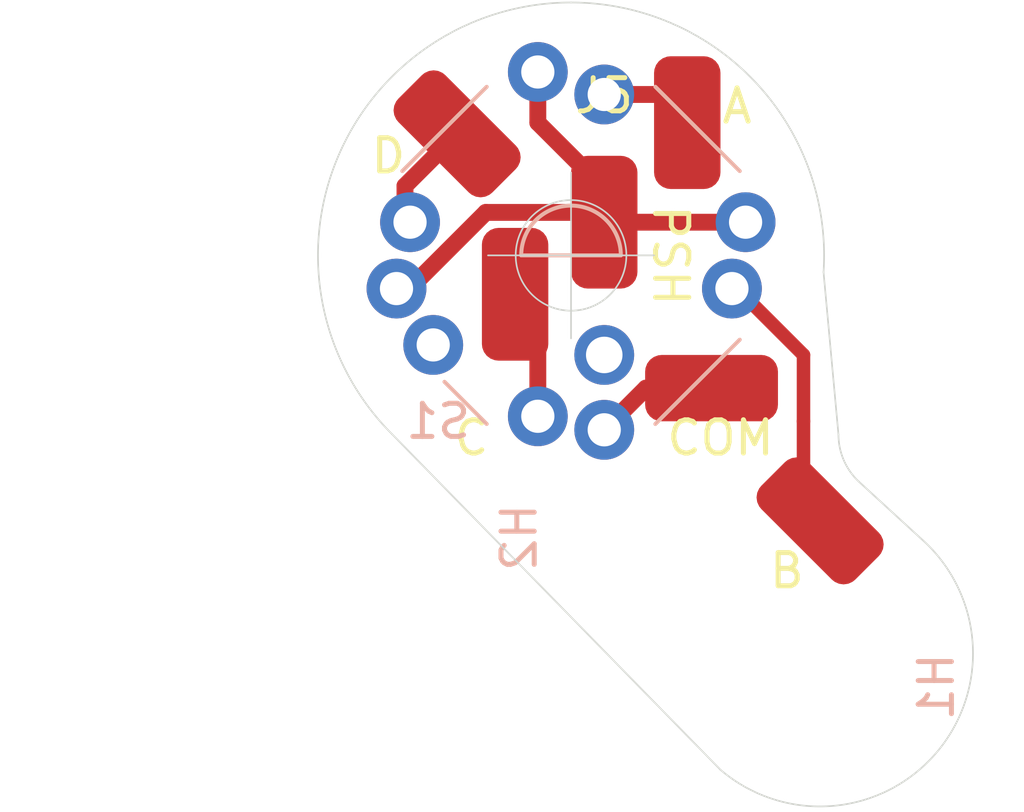
<source format=kicad_pcb>
(kicad_pcb (version 20171130) (host pcbnew "(5.1.6)-1")

  (general
    (thickness 1.6)
    (drawings 19)
    (tracks 21)
    (zones 0)
    (modules 9)
    (nets 7)
  )

  (page A4)
  (layers
    (0 F.Cu signal)
    (31 B.Cu signal)
    (32 B.Adhes user)
    (33 F.Adhes user)
    (34 B.Paste user)
    (35 F.Paste user)
    (36 B.SilkS user)
    (37 F.SilkS user)
    (38 B.Mask user)
    (39 F.Mask user)
    (40 Dwgs.User user)
    (41 Cmts.User user)
    (42 Eco1.User user)
    (43 Eco2.User user)
    (44 Edge.Cuts user)
    (45 Margin user)
    (46 B.CrtYd user)
    (47 F.CrtYd user)
    (48 B.Fab user)
    (49 F.Fab user)
  )

  (setup
    (last_trace_width 0.4064)
    (user_trace_width 0.2032)
    (user_trace_width 0.4064)
    (user_trace_width 0.508)
    (user_trace_width 0.762)
    (trace_clearance 0.2)
    (zone_clearance 0.508)
    (zone_45_only no)
    (trace_min 0.2)
    (via_size 0.8)
    (via_drill 0.4)
    (via_min_size 0.4)
    (via_min_drill 0.3)
    (uvia_size 0.3)
    (uvia_drill 0.1)
    (uvias_allowed no)
    (uvia_min_size 0.2)
    (uvia_min_drill 0.1)
    (edge_width 0.05)
    (segment_width 0.2)
    (pcb_text_width 0.3)
    (pcb_text_size 1.5 1.5)
    (mod_edge_width 0.12)
    (mod_text_size 1 1)
    (mod_text_width 0.15)
    (pad_size 1.524 1.524)
    (pad_drill 0.762)
    (pad_to_mask_clearance 0.05)
    (aux_axis_origin 117.840999 101.940999)
    (grid_origin 117.840999 101.940999)
    (visible_elements 7FFFFFFF)
    (pcbplotparams
      (layerselection 0x010fc_ffffffff)
      (usegerberextensions false)
      (usegerberattributes true)
      (usegerberadvancedattributes true)
      (creategerberjobfile true)
      (excludeedgelayer true)
      (linewidth 0.100000)
      (plotframeref false)
      (viasonmask false)
      (mode 1)
      (useauxorigin false)
      (hpglpennumber 1)
      (hpglpenspeed 20)
      (hpglpendiameter 15.000000)
      (psnegative false)
      (psa4output false)
      (plotreference true)
      (plotvalue true)
      (plotinvisibletext false)
      (padsonsilk false)
      (subtractmaskfromsilk false)
      (outputformat 1)
      (mirror false)
      (drillshape 1)
      (scaleselection 1)
      (outputdirectory ""))
  )

  (net 0 "")
  (net 1 "Net-(J1-Pad1)")
  (net 2 "Net-(J2-Pad1)")
  (net 3 "Net-(J3-Pad1)")
  (net 4 "Net-(J4-Pad1)")
  (net 5 "Net-(J5-Pad1)")
  (net 6 "Net-(J6-Pad1)")

  (net_class Default "This is the default net class."
    (clearance 0.2)
    (trace_width 0.25)
    (via_dia 0.8)
    (via_drill 0.4)
    (uvia_dia 0.3)
    (uvia_drill 0.1)
    (add_net "Net-(J1-Pad1)")
    (add_net "Net-(J2-Pad1)")
    (add_net "Net-(J3-Pad1)")
    (add_net "Net-(J4-Pad1)")
    (add_net "Net-(J5-Pad1)")
    (add_net "Net-(J6-Pad1)")
  )

  (module KiCAD_Libraries:SolderWirePad_1x01_SMD_2x4mm (layer F.Cu) (tedit 5EDB20B9) (tstamp 5EDC7D44)
    (at 122.072286 105.940999 90)
    (descr "Wire Pad, Square, SMD Pad,  5mm x 10mm,")
    (tags "MesurementPoint Square SMDPad 5mmx10mm ")
    (path /5EDE0082)
    (attr virtual)
    (fp_text reference J6 (at 0 -3.81 90) (layer F.SilkS) hide
      (effects (font (size 1 1) (thickness 0.15)))
    )
    (fp_text value Conn_01x01 (at 0 2.268713 90) (layer F.Fab)
      (effects (font (size 1 1) (thickness 0.15)))
    )
    (fp_line (start -1.1 2.1) (end -1.1 -2.1) (layer F.Fab) (width 0.1))
    (fp_line (start 1.1 2.1) (end -1.1 2.1) (layer F.Fab) (width 0.1))
    (fp_line (start 1.1 -2.1) (end 1.1 2.1) (layer F.Fab) (width 0.1))
    (fp_line (start -1.1 -2.1) (end 1.1 -2.1) (layer F.Fab) (width 0.1))
    (fp_line (start -1.1 -2.1) (end -1.1 2.1) (layer F.CrtYd) (width 0.05))
    (fp_line (start -1.1 2.1) (end 1.1 2.1) (layer F.CrtYd) (width 0.05))
    (fp_line (start 1.1 2.05) (end 1.1 -2.1) (layer F.CrtYd) (width 0.05))
    (fp_line (start 1.1 -2.1) (end -1.1 -2.1) (layer F.CrtYd) (width 0.05))
    (fp_text user %R (at -0.020914 -3.809352 90) (layer F.Fab)
      (effects (font (size 1 1) (thickness 0.15)))
    )
    (pad 1 smd roundrect (at 0 0 90) (size 2 4) (layers F.Cu F.Paste F.Mask) (roundrect_rratio 0.25)
      (net 6 "Net-(J6-Pad1)"))
  )

  (module KiCAD_Libraries:SolderWirePad_1x01_SMD_2x4mm (layer F.Cu) (tedit 5EDB20B9) (tstamp 5EDC013A)
    (at 118.840999 100.940999)
    (descr "Wire Pad, Square, SMD Pad,  5mm x 10mm,")
    (tags "MesurementPoint Square SMDPad 5mmx10mm ")
    (path /5EDDD406)
    (attr virtual)
    (fp_text reference J5 (at 0 -3.81) (layer F.SilkS)
      (effects (font (size 1 1) (thickness 0.15)))
    )
    (fp_text value Conn_01x01 (at 0 2.54) (layer F.Fab)
      (effects (font (size 1 1) (thickness 0.15)))
    )
    (fp_line (start -1.1 2.1) (end -1.1 -2.1) (layer F.Fab) (width 0.1))
    (fp_line (start 1.1 2.1) (end -1.1 2.1) (layer F.Fab) (width 0.1))
    (fp_line (start 1.1 -2.1) (end 1.1 2.1) (layer F.Fab) (width 0.1))
    (fp_line (start -1.1 -2.1) (end 1.1 -2.1) (layer F.Fab) (width 0.1))
    (fp_line (start -1.1 -2.1) (end -1.1 2.1) (layer F.CrtYd) (width 0.05))
    (fp_line (start -1.1 2.1) (end 1.1 2.1) (layer F.CrtYd) (width 0.05))
    (fp_line (start 1.1 2.05) (end 1.1 -2.1) (layer F.CrtYd) (width 0.05))
    (fp_line (start 1.1 -2.1) (end -1.1 -2.1) (layer F.CrtYd) (width 0.05))
    (fp_text user %R (at -0.020914 -3.809352) (layer F.Fab)
      (effects (font (size 1 1) (thickness 0.15)))
    )
    (pad 1 smd roundrect (at 0 0) (size 2 4) (layers F.Cu F.Paste F.Mask) (roundrect_rratio 0.25)
      (net 5 "Net-(J5-Pad1)"))
  )

  (module KiCAD_Libraries:SolderWirePad_1x01_SMD_2x4mm (layer F.Cu) (tedit 5EDB20B9) (tstamp 5EDC012C)
    (at 114.410285 98.278225 45)
    (descr "Wire Pad, Square, SMD Pad,  5mm x 10mm,")
    (tags "MesurementPoint Square SMDPad 5mmx10mm ")
    (path /5EDDD0B8)
    (attr virtual)
    (fp_text reference J4 (at 0 -3.81 45) (layer F.SilkS) hide
      (effects (font (size 1 1) (thickness 0.15)))
    )
    (fp_text value Conn_01x01 (at 0 2.54 45) (layer F.Fab)
      (effects (font (size 1 1) (thickness 0.15)))
    )
    (fp_line (start -1.1 2.1) (end -1.1 -2.1) (layer F.Fab) (width 0.1))
    (fp_line (start 1.1 2.1) (end -1.1 2.1) (layer F.Fab) (width 0.1))
    (fp_line (start 1.1 -2.1) (end 1.1 2.1) (layer F.Fab) (width 0.1))
    (fp_line (start -1.1 -2.1) (end 1.1 -2.1) (layer F.Fab) (width 0.1))
    (fp_line (start -1.1 -2.1) (end -1.1 2.1) (layer F.CrtYd) (width 0.05))
    (fp_line (start -1.1 2.1) (end 1.1 2.1) (layer F.CrtYd) (width 0.05))
    (fp_line (start 1.1 2.05) (end 1.1 -2.1) (layer F.CrtYd) (width 0.05))
    (fp_line (start 1.1 -2.1) (end -1.1 -2.1) (layer F.CrtYd) (width 0.05))
    (fp_text user %R (at -0.020914 -3.809352 45) (layer F.Fab)
      (effects (font (size 1 1) (thickness 0.15)))
    )
    (pad 1 smd roundrect (at 0 0 45) (size 2 4) (layers F.Cu F.Paste F.Mask) (roundrect_rratio 0.25)
      (net 4 "Net-(J4-Pad1)"))
  )

  (module KiCAD_Libraries:SolderWirePad_1x01_SMD_2x4mm (layer F.Cu) (tedit 5EDB20B9) (tstamp 5EDC011E)
    (at 116.156807 103.112817)
    (descr "Wire Pad, Square, SMD Pad,  5mm x 10mm,")
    (tags "MesurementPoint Square SMDPad 5mmx10mm ")
    (path /5EDDCC2B)
    (attr virtual)
    (fp_text reference J3 (at 0 -3.81) (layer F.SilkS) hide
      (effects (font (size 1 1) (thickness 0.15)))
    )
    (fp_text value Conn_01x01 (at 0 2.54) (layer F.Fab)
      (effects (font (size 1 1) (thickness 0.15)))
    )
    (fp_line (start -1.1 2.1) (end -1.1 -2.1) (layer F.Fab) (width 0.1))
    (fp_line (start 1.1 2.1) (end -1.1 2.1) (layer F.Fab) (width 0.1))
    (fp_line (start 1.1 -2.1) (end 1.1 2.1) (layer F.Fab) (width 0.1))
    (fp_line (start -1.1 -2.1) (end 1.1 -2.1) (layer F.Fab) (width 0.1))
    (fp_line (start -1.1 -2.1) (end -1.1 2.1) (layer F.CrtYd) (width 0.05))
    (fp_line (start -1.1 2.1) (end 1.1 2.1) (layer F.CrtYd) (width 0.05))
    (fp_line (start 1.1 2.05) (end 1.1 -2.1) (layer F.CrtYd) (width 0.05))
    (fp_line (start 1.1 -2.1) (end -1.1 -2.1) (layer F.CrtYd) (width 0.05))
    (fp_text user %R (at -0.020914 -3.809352) (layer F.Fab) hide
      (effects (font (size 1 1) (thickness 0.15)))
    )
    (pad 1 smd roundrect (at 0 0) (size 2 4) (layers F.Cu F.Paste F.Mask) (roundrect_rratio 0.25)
      (net 3 "Net-(J3-Pad1)"))
  )

  (module KiCAD_Libraries:SolderWirePad_1x01_SMD_2x4mm (layer F.Cu) (tedit 5EDB20B9) (tstamp 5EDC0110)
    (at 125.340999 109.940999 45)
    (descr "Wire Pad, Square, SMD Pad,  5mm x 10mm,")
    (tags "MesurementPoint Square SMDPad 5mmx10mm ")
    (path /5EDDC7E3)
    (attr virtual)
    (fp_text reference J2 (at 0 -3.81 45) (layer F.SilkS) hide
      (effects (font (size 1 1) (thickness 0.15)))
    )
    (fp_text value Conn_01x01 (at 0 2.54 45) (layer F.Fab)
      (effects (font (size 1 1) (thickness 0.15)))
    )
    (fp_line (start -1.1 2.1) (end -1.1 -2.1) (layer F.Fab) (width 0.1))
    (fp_line (start 1.1 2.1) (end -1.1 2.1) (layer F.Fab) (width 0.1))
    (fp_line (start 1.1 -2.1) (end 1.1 2.1) (layer F.Fab) (width 0.1))
    (fp_line (start -1.1 -2.1) (end 1.1 -2.1) (layer F.Fab) (width 0.1))
    (fp_line (start -1.1 -2.1) (end -1.1 2.1) (layer F.CrtYd) (width 0.05))
    (fp_line (start -1.1 2.1) (end 1.1 2.1) (layer F.CrtYd) (width 0.05))
    (fp_line (start 1.1 2.05) (end 1.1 -2.1) (layer F.CrtYd) (width 0.05))
    (fp_line (start 1.1 -2.1) (end -1.1 -2.1) (layer F.CrtYd) (width 0.05))
    (fp_text user %R (at -1.6 -3.5 45) (layer F.Fab)
      (effects (font (size 1 1) (thickness 0.15)))
    )
    (pad 1 smd roundrect (at 0 0 45) (size 2 4) (layers F.Cu F.Paste F.Mask) (roundrect_rratio 0.25)
      (net 2 "Net-(J2-Pad1)"))
  )

  (module KiCAD_Libraries:SolderWirePad_1x01_SMD_2x4mm (layer F.Cu) (tedit 5EDB20B9) (tstamp 5EDC0102)
    (at 121.340999 97.940999 180)
    (descr "Wire Pad, Square, SMD Pad,  5mm x 10mm,")
    (tags "MesurementPoint Square SMDPad 5mmx10mm ")
    (path /5EDDB3BD)
    (attr virtual)
    (fp_text reference J1 (at 0 -3.81) (layer F.SilkS) hide
      (effects (font (size 1 1) (thickness 0.15)))
    )
    (fp_text value Conn_01x01 (at 0 2.54) (layer F.Fab)
      (effects (font (size 1 1) (thickness 0.15)))
    )
    (fp_line (start -1.1 2.1) (end -1.1 -2.1) (layer F.Fab) (width 0.1))
    (fp_line (start 1.1 2.1) (end -1.1 2.1) (layer F.Fab) (width 0.1))
    (fp_line (start 1.1 -2.1) (end 1.1 2.1) (layer F.Fab) (width 0.1))
    (fp_line (start -1.1 -2.1) (end 1.1 -2.1) (layer F.Fab) (width 0.1))
    (fp_line (start -1.1 -2.1) (end -1.1 2.1) (layer F.CrtYd) (width 0.05))
    (fp_line (start -1.1 2.1) (end 1.1 2.1) (layer F.CrtYd) (width 0.05))
    (fp_line (start 1.1 2.05) (end 1.1 -2.1) (layer F.CrtYd) (width 0.05))
    (fp_line (start 1.1 -2.1) (end -1.1 -2.1) (layer F.CrtYd) (width 0.05))
    (fp_text user %R (at -0.020914 -3.809352) (layer F.Fab)
      (effects (font (size 1 1) (thickness 0.15)))
    )
    (pad 1 smd roundrect (at 0 0 180) (size 2 4) (layers F.Cu F.Paste F.Mask) (roundrect_rratio 0.25)
      (net 1 "Net-(J1-Pad1)"))
  )

  (module KiCAD_Libraries:RKJXM10 (layer B.Cu) (tedit 5ED0A0BD) (tstamp 5ED122B7)
    (at 117.840999 101.940999)
    (path /5ED2015F)
    (fp_text reference S1 (at -4 5) (layer B.SilkS)
      (effects (font (size 1 1) (thickness 0.15)) (justify mirror))
    )
    (fp_text value 8WayHat_CenterPush (at 8.89 9.398) (layer B.Fab) hide
      (effects (font (size 1 1) (thickness 0.15)) (justify mirror))
    )
    (fp_line (start -2.54 5.08) (end -3.81 3.81) (layer B.SilkS) (width 0.12))
    (fp_line (start 5.08 2.54) (end 2.54 5.08) (layer B.SilkS) (width 0.12))
    (fp_line (start 2.54 -5.08) (end 5.08 -2.54) (layer B.SilkS) (width 0.12))
    (fp_line (start -5.08 -2.54) (end -2.54 -5.08) (layer B.SilkS) (width 0.12))
    (fp_line (start 1.5 0) (end -1.5 0) (layer B.SilkS) (width 0.12))
    (fp_arc (start 0 0) (end -1.5 0) (angle 180) (layer B.SilkS) (width 0.12))
    (pad COM thru_hole circle (at 1 5.256) (size 1.8 1.8) (drill 1) (layers *.Cu *.Mask)
      (net 6 "Net-(J6-Pad1)"))
    (pad PUSH3 thru_hole circle (at 5.256 -1) (size 1.8 1.8) (drill 1) (layers *.Cu *.Mask)
      (net 5 "Net-(J5-Pad1)"))
    (pad B thru_hole circle (at 4.845 1) (size 1.8 1.8) (drill 1) (layers *.Cu *.Mask)
      (net 2 "Net-(J2-Pad1)"))
    (pad "" np_thru_hole circle (at 1 3) (size 1.8 1.8) (drill 1.1) (layers *.Cu *.Mask))
    (pad C thru_hole circle (at -1 4.848) (size 1.8 1.8) (drill 1) (layers *.Cu *.Mask)
      (net 3 "Net-(J3-Pad1)"))
    (pad GND thru_hole circle (at -4.15 2.698) (size 1.8 1.8) (drill 1) (layers *.Cu *.Mask))
    (pad PUSH1 thru_hole circle (at -5.256 1) (size 1.8 1.8) (drill 1) (layers *.Cu *.Mask)
      (net 5 "Net-(J5-Pad1)"))
    (pad D thru_hole circle (at -4.848 -1) (size 1.8 1.8) (drill 1) (layers *.Cu *.Mask)
      (net 4 "Net-(J4-Pad1)"))
    (pad PUSH2 thru_hole circle (at -1 -5.526) (size 1.8 1.8) (drill 1) (layers *.Cu *.Mask)
      (net 5 "Net-(J5-Pad1)"))
    (pad A thru_hole circle (at 1 -4.848) (size 1.8 1.8) (drill 1) (layers *.Cu *.Mask)
      (net 1 "Net-(J1-Pad1)"))
    (model C:/Users/irvin/Downloads/rkjxm1015004/RKJXM1015004/RKJXM1015004.STEP
      (at (xyz 0 0 0))
      (scale (xyz 1 1 1))
      (rotate (xyz 0 180 0))
    )
  )

  (module MountingHole:MountingHole_3mm (layer B.Cu) (tedit 56D1B4CB) (tstamp 5EDC9DAA)
    (at 120.340999 111.440999)
    (descr "Mounting Hole 3mm, no annular")
    (tags "mounting hole 3mm no annular")
    (path /5ED237D8)
    (attr virtual)
    (fp_text reference H2 (at -4.064 -1 90) (layer B.SilkS)
      (effects (font (size 1 1) (thickness 0.15)) (justify mirror))
    )
    (fp_text value MountingHole (at 0 -4) (layer B.Fab)
      (effects (font (size 1 1) (thickness 0.15)) (justify mirror))
    )
    (fp_circle (center 0 0) (end 3.25 0) (layer B.CrtYd) (width 0.05))
    (fp_circle (center 0 0) (end 3 0) (layer Cmts.User) (width 0.15))
    (fp_text user %R (at 0.3 0) (layer B.Fab)
      (effects (font (size 1 1) (thickness 0.15)) (justify mirror))
    )
    (pad 1 np_thru_hole circle (at 0 0) (size 3 3) (drill 3) (layers *.Cu *.Mask))
  )

  (module MountingHole:MountingHole_3mm locked (layer B.Cu) (tedit 56D1B4CB) (tstamp 5ED1258B)
    (at 126.340999 115.440999)
    (descr "Mounting Hole 3mm, no annular")
    (tags "mounting hole 3mm no annular")
    (path /5ED22FF4)
    (attr virtual)
    (fp_text reference H1 (at 2.5 -0.5 90) (layer B.SilkS)
      (effects (font (size 1 1) (thickness 0.15)) (justify mirror))
    )
    (fp_text value MountingHole (at 0 -4) (layer B.Fab)
      (effects (font (size 1 1) (thickness 0.15)) (justify mirror))
    )
    (fp_circle (center 0 0) (end 3.25 0) (layer B.CrtYd) (width 0.05))
    (fp_circle (center 0 0) (end 3 0) (layer Cmts.User) (width 0.15))
    (fp_text user %R (at 0.3 0) (layer B.Fab)
      (effects (font (size 1 1) (thickness 0.15)) (justify mirror))
    )
    (pad 1 np_thru_hole circle (at 0 0) (size 3 3) (drill 3) (layers *.Cu *.Mask))
  )

  (gr_line (start 125.444358 102.444322) (end 125.894156 107.33946) (layer Edge.Cuts) (width 0.05) (tstamp 5EDC9F49))
  (gr_arc (start 117.840999 101.940999) (end 117.840999 94.320999) (angle 93.78731084) (layer Edge.Cuts) (width 0.05) (tstamp 5EDC9E4D))
  (gr_line (start 126.510154 108.760393) (end 128.370809 110.466773) (layer Edge.Cuts) (width 0.05) (tstamp 5EDC9E0B))
  (dimension 15.24 (width 0.15) (layer Dwgs.User) (tstamp 5EDC9D83)
    (gr_text "15.240 mm" (at 104.310999 102.740999 90) (layer Dwgs.User) (tstamp 5EDC9D83)
      (effects (font (size 1 1) (thickness 0.15)))
    )
    (feature1 (pts (xy 117.040999 95.120999) (xy 105.024578 95.120999)))
    (feature2 (pts (xy 117.040999 110.360999) (xy 105.024578 110.360999)))
    (crossbar (pts (xy 105.610999 110.360999) (xy 105.610999 95.120999)))
    (arrow1a (pts (xy 105.610999 95.120999) (xy 106.19742 96.247503)))
    (arrow1b (pts (xy 105.610999 95.120999) (xy 105.024578 96.247503)))
    (arrow2a (pts (xy 105.610999 110.360999) (xy 106.19742 109.234495)))
    (arrow2b (pts (xy 105.610999 110.360999) (xy 105.024578 109.234495)))
  )
  (dimension 7.62 (width 0.15) (layer Dwgs.User) (tstamp 5EDC9D81)
    (gr_text "7.620 mm" (at 113.230999 114.454999) (layer Dwgs.User) (tstamp 5EDC9D81)
      (effects (font (size 1 1) (thickness 0.15)))
    )
    (feature1 (pts (xy 117.040999 102.740999) (xy 117.040999 113.74142)))
    (feature2 (pts (xy 109.420999 102.740999) (xy 109.420999 113.74142)))
    (crossbar (pts (xy 109.420999 113.154999) (xy 117.040999 113.154999)))
    (arrow1a (pts (xy 117.040999 113.154999) (xy 115.914495 113.74142)))
    (arrow1b (pts (xy 117.040999 113.154999) (xy 115.914495 112.568578)))
    (arrow2a (pts (xy 109.420999 113.154999) (xy 110.547503 113.74142)))
    (arrow2b (pts (xy 109.420999 113.154999) (xy 110.547503 112.568578)))
  )
  (gr_line (start 112.452845 107.329153) (end 122.340999 117.440999) (layer Edge.Cuts) (width 0.05) (tstamp 5EDC9D80))
  (gr_text PSH (at 120.840999 101.940999 270) (layer F.SilkS)
    (effects (font (size 1 1) (thickness 0.15)))
  )
  (gr_text C (at 114.840999 107.440999) (layer F.SilkS)
    (effects (font (size 1 1) (thickness 0.15)))
  )
  (gr_text "COM\n" (at 122.340999 107.440999) (layer F.SilkS)
    (effects (font (size 1 1) (thickness 0.15)))
  )
  (gr_text B (at 124.340999 111.440999) (layer F.SilkS)
    (effects (font (size 1 1) (thickness 0.15)))
  )
  (gr_text A (at 122.840999 97.440999) (layer F.SilkS)
    (effects (font (size 1 1) (thickness 0.15)))
  )
  (gr_text D (at 112.340999 98.940999) (layer F.SilkS)
    (effects (font (size 1 1) (thickness 0.15)))
  )
  (gr_arc (start 127.840999 107.33946) (end 125.894156 107.33946) (angle -46.87509459) (layer Edge.Cuts) (width 0.05))
  (gr_arc (start 125.340999 113.940999) (end 122.340999 117.440999) (angle -179.5101973) (layer Edge.Cuts) (width 0.05) (tstamp 5EDCA005))
  (dimension 7.62 (width 0.15) (layer Dwgs.User)
    (gr_text "7.620 mm" (at 114.030999 113.654999) (layer Dwgs.User)
      (effects (font (size 1 1) (thickness 0.15)))
    )
    (feature1 (pts (xy 117.840999 101.940999) (xy 117.840999 112.94142)))
    (feature2 (pts (xy 110.220999 101.940999) (xy 110.220999 112.94142)))
    (crossbar (pts (xy 110.220999 112.354999) (xy 117.840999 112.354999)))
    (arrow1a (pts (xy 117.840999 112.354999) (xy 116.714495 112.94142)))
    (arrow1b (pts (xy 117.840999 112.354999) (xy 116.714495 111.768578)))
    (arrow2a (pts (xy 110.220999 112.354999) (xy 111.347503 112.94142)))
    (arrow2b (pts (xy 110.220999 112.354999) (xy 111.347503 111.768578)))
  )
  (gr_line (start 110.220999 101.940999) (end 110.220999 109.560999) (layer Dwgs.User) (width 0.15))
  (dimension 15.24 (width 0.15) (layer Dwgs.User)
    (gr_text "15.240 mm" (at 105.110999 101.940999 90) (layer Dwgs.User)
      (effects (font (size 1 1) (thickness 0.15)))
    )
    (feature1 (pts (xy 117.840999 94.320999) (xy 105.824578 94.320999)))
    (feature2 (pts (xy 117.840999 109.560999) (xy 105.824578 109.560999)))
    (crossbar (pts (xy 106.410999 109.560999) (xy 106.410999 94.320999)))
    (arrow1a (pts (xy 106.410999 94.320999) (xy 106.99742 95.447503)))
    (arrow1b (pts (xy 106.410999 94.320999) (xy 105.824578 95.447503)))
    (arrow2a (pts (xy 106.410999 109.560999) (xy 106.99742 108.434495)))
    (arrow2b (pts (xy 106.410999 109.560999) (xy 105.824578 108.434495)))
  )
  (gr_arc (start 117.840999 101.940999) (end 117.840999 94.320999) (angle -135) (layer Edge.Cuts) (width 0.05))
  (target plus (at 117.840999 101.940999) (size 5) (width 0.05) (layer Edge.Cuts))

  (segment (start 121.188999 97.092999) (end 121.340999 96.940999) (width 0.508) (layer F.Cu) (net 1))
  (segment (start 118.840999 97.092999) (end 121.188999 97.092999) (width 0.508) (layer F.Cu) (net 1))
  (segment (start 124.840999 104.940999) (end 124.840999 106.940999) (width 0.4064) (layer F.Cu) (net 2))
  (segment (start 122.685999 102.940999) (end 122.840999 102.940999) (width 0.4064) (layer F.Cu) (net 2))
  (segment (start 122.840999 102.940999) (end 124.840999 104.940999) (width 0.4064) (layer F.Cu) (net 2))
  (segment (start 124.840999 106.940999) (end 124.840999 108.940999) (width 0.4064) (layer F.Cu) (net 2))
  (segment (start 116.840999 106.788999) (end 116.840999 104.440999) (width 0.508) (layer F.Cu) (net 3))
  (segment (start 116.840999 104.440999) (end 115.840999 103.440999) (width 0.508) (layer F.Cu) (net 3))
  (segment (start 115.840999 103.440999) (end 115.840999 102.940999) (width 0.508) (layer F.Cu) (net 3))
  (segment (start 114.410285 98.278225) (end 112.840999 99.847511) (width 0.508) (layer F.Cu) (net 4))
  (segment (start 112.840999 99.847511) (end 112.840999 100.940999) (width 0.508) (layer F.Cu) (net 4))
  (segment (start 112.584999 102.940999) (end 112.979451 102.940999) (width 0.508) (layer F.Cu) (net 5))
  (segment (start 115.274001 100.646449) (end 119.046449 100.646449) (width 0.508) (layer F.Cu) (net 5))
  (segment (start 112.979451 102.940999) (end 115.274001 100.646449) (width 0.508) (layer F.Cu) (net 5))
  (segment (start 119.046449 100.646449) (end 119.340999 100.940999) (width 0.508) (layer F.Cu) (net 5))
  (segment (start 116.840999 96.414999) (end 116.840999 97.940999) (width 0.508) (layer F.Cu) (net 5))
  (segment (start 116.840999 97.940999) (end 118.340999 99.440999) (width 0.508) (layer F.Cu) (net 5))
  (segment (start 123.096999 100.940999) (end 119.340999 100.940999) (width 0.508) (layer F.Cu) (net 5))
  (segment (start 119.340999 100.940999) (end 119.340999 100.440999) (width 0.508) (layer F.Cu) (net 5))
  (segment (start 118.840999 107.196999) (end 120.096999 105.940999) (width 0.508) (layer F.Cu) (net 6))
  (segment (start 120.096999 105.940999) (end 121.340999 105.940999) (width 0.508) (layer F.Cu) (net 6))

)

</source>
